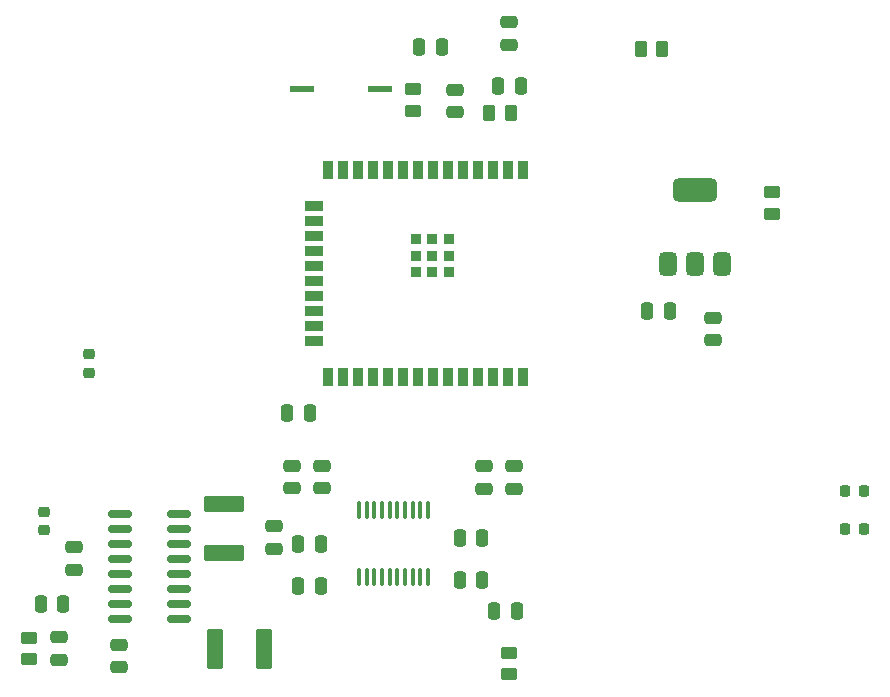
<source format=gbr>
%TF.GenerationSoftware,KiCad,Pcbnew,8.0.3*%
%TF.CreationDate,2024-10-26T03:20:47-07:00*%
%TF.ProjectId,test,74657374-2e6b-4696-9361-645f70636258,rev?*%
%TF.SameCoordinates,Original*%
%TF.FileFunction,Paste,Top*%
%TF.FilePolarity,Positive*%
%FSLAX46Y46*%
G04 Gerber Fmt 4.6, Leading zero omitted, Abs format (unit mm)*
G04 Created by KiCad (PCBNEW 8.0.3) date 2024-10-26 03:20:47*
%MOMM*%
%LPD*%
G01*
G04 APERTURE LIST*
G04 Aperture macros list*
%AMRoundRect*
0 Rectangle with rounded corners*
0 $1 Rounding radius*
0 $2 $3 $4 $5 $6 $7 $8 $9 X,Y pos of 4 corners*
0 Add a 4 corners polygon primitive as box body*
4,1,4,$2,$3,$4,$5,$6,$7,$8,$9,$2,$3,0*
0 Add four circle primitives for the rounded corners*
1,1,$1+$1,$2,$3*
1,1,$1+$1,$4,$5*
1,1,$1+$1,$6,$7*
1,1,$1+$1,$8,$9*
0 Add four rect primitives between the rounded corners*
20,1,$1+$1,$2,$3,$4,$5,0*
20,1,$1+$1,$4,$5,$6,$7,0*
20,1,$1+$1,$6,$7,$8,$9,0*
20,1,$1+$1,$8,$9,$2,$3,0*%
G04 Aperture macros list end*
%ADD10RoundRect,0.218750X-0.256250X0.218750X-0.256250X-0.218750X0.256250X-0.218750X0.256250X0.218750X0*%
%ADD11RoundRect,0.218750X0.218750X0.256250X-0.218750X0.256250X-0.218750X-0.256250X0.218750X-0.256250X0*%
%ADD12RoundRect,0.218750X-0.218750X-0.256250X0.218750X-0.256250X0.218750X0.256250X-0.218750X0.256250X0*%
%ADD13R,0.900000X1.500000*%
%ADD14R,1.500000X0.900000*%
%ADD15R,0.900000X0.900000*%
%ADD16RoundRect,0.250000X-0.475000X0.250000X-0.475000X-0.250000X0.475000X-0.250000X0.475000X0.250000X0*%
%ADD17RoundRect,0.375000X0.375000X-0.625000X0.375000X0.625000X-0.375000X0.625000X-0.375000X-0.625000X0*%
%ADD18RoundRect,0.500000X1.400000X-0.500000X1.400000X0.500000X-1.400000X0.500000X-1.400000X-0.500000X0*%
%ADD19RoundRect,0.250000X0.250000X0.475000X-0.250000X0.475000X-0.250000X-0.475000X0.250000X-0.475000X0*%
%ADD20RoundRect,0.250000X0.475000X-0.250000X0.475000X0.250000X-0.475000X0.250000X-0.475000X-0.250000X0*%
%ADD21RoundRect,0.250000X0.450000X-0.262500X0.450000X0.262500X-0.450000X0.262500X-0.450000X-0.262500X0*%
%ADD22R,2.108200X0.558800*%
%ADD23RoundRect,0.100000X0.100000X-0.637500X0.100000X0.637500X-0.100000X0.637500X-0.100000X-0.637500X0*%
%ADD24RoundRect,0.249999X-0.450001X-1.450001X0.450001X-1.450001X0.450001X1.450001X-0.450001X1.450001X0*%
%ADD25RoundRect,0.250000X0.262500X0.450000X-0.262500X0.450000X-0.262500X-0.450000X0.262500X-0.450000X0*%
%ADD26RoundRect,0.249999X1.450001X-0.450001X1.450001X0.450001X-1.450001X0.450001X-1.450001X-0.450001X0*%
%ADD27RoundRect,0.250000X-0.250000X-0.475000X0.250000X-0.475000X0.250000X0.475000X-0.250000X0.475000X0*%
%ADD28RoundRect,0.150000X-0.850000X-0.150000X0.850000X-0.150000X0.850000X0.150000X-0.850000X0.150000X0*%
G04 APERTURE END LIST*
D10*
%TO.C,FB6*%
X131445000Y-119227500D03*
X131445000Y-120802500D03*
%TD*%
%TO.C,FB5*%
X135255000Y-105892500D03*
X135255000Y-107467500D03*
%TD*%
D11*
%TO.C,FB4*%
X200812500Y-117475000D03*
X199237500Y-117475000D03*
%TD*%
D12*
%TO.C,FB3*%
X199237500Y-120650000D03*
X200812500Y-120650000D03*
%TD*%
D13*
%TO.C,U4*%
X171990000Y-90286000D03*
X170720000Y-90286000D03*
X169450000Y-90286000D03*
X168180000Y-90286000D03*
X166910000Y-90286000D03*
X165640000Y-90286000D03*
X164370000Y-90286000D03*
X163100000Y-90286000D03*
X161830000Y-90286000D03*
X160560000Y-90286000D03*
X159290000Y-90286000D03*
X158020000Y-90286000D03*
X156750000Y-90286000D03*
X155480000Y-90286000D03*
D14*
X154230000Y-93316000D03*
X154230000Y-94586000D03*
X154230000Y-95856000D03*
X154230000Y-97126000D03*
X154230000Y-98396000D03*
X154230000Y-99666000D03*
X154230000Y-100936000D03*
X154230000Y-102206000D03*
X154230000Y-103476000D03*
X154230000Y-104746000D03*
D13*
X155480000Y-107786000D03*
X156750000Y-107786000D03*
X158020000Y-107786000D03*
X159290000Y-107786000D03*
X160560000Y-107786000D03*
X161830000Y-107786000D03*
X163100000Y-107786000D03*
X164370000Y-107786000D03*
X165640000Y-107786000D03*
X166910000Y-107786000D03*
X168180000Y-107786000D03*
X169450000Y-107786000D03*
X170720000Y-107786000D03*
X171990000Y-107786000D03*
D15*
X165670000Y-96136000D03*
X165670000Y-96136000D03*
X164270000Y-96136000D03*
X162870000Y-96136000D03*
X162870000Y-96136000D03*
X165670000Y-97536000D03*
X164270000Y-97536000D03*
X162870000Y-97536000D03*
X162870000Y-97536000D03*
X165670000Y-98936000D03*
X164270000Y-98936000D03*
X162870000Y-98936000D03*
%TD*%
D16*
%TO.C,C6*%
X188022000Y-102806000D03*
X188022000Y-104706000D03*
%TD*%
%TO.C,C9*%
X132715000Y-129860000D03*
X132715000Y-131760000D03*
%TD*%
D17*
%TO.C,U5*%
X184198000Y-98270000D03*
X186498000Y-98270000D03*
D18*
X186498000Y-91970000D03*
D17*
X188798000Y-98270000D03*
%TD*%
D19*
%TO.C,C12*%
X165096000Y-79880000D03*
X163196000Y-79880000D03*
%TD*%
D20*
%TO.C,C5*%
X133985000Y-124140000D03*
X133985000Y-122240000D03*
%TD*%
D21*
%TO.C,R3*%
X130175000Y-131722500D03*
X130175000Y-129897500D03*
%TD*%
D22*
%TO.C,SW3*%
X153225300Y-83436000D03*
X159826700Y-83436000D03*
%TD*%
D23*
%TO.C,U6*%
X158073500Y-124782500D03*
X158723500Y-124782500D03*
X159373500Y-124782500D03*
X160023500Y-124782500D03*
X160673500Y-124782500D03*
X161323500Y-124782500D03*
X161973500Y-124782500D03*
X162623500Y-124782500D03*
X163273500Y-124782500D03*
X163923500Y-124782500D03*
X163923500Y-119057500D03*
X163273500Y-119057500D03*
X162623500Y-119057500D03*
X161973500Y-119057500D03*
X161323500Y-119057500D03*
X160673500Y-119057500D03*
X160023500Y-119057500D03*
X159373500Y-119057500D03*
X158723500Y-119057500D03*
X158073500Y-119057500D03*
%TD*%
D20*
%TO.C,C33*%
X152362500Y-117216000D03*
X152362500Y-115316000D03*
%TD*%
D19*
%TO.C,C31*%
X168486500Y-121412000D03*
X166586500Y-121412000D03*
%TD*%
D24*
%TO.C,C3*%
X145905000Y-130810000D03*
X150005000Y-130810000D03*
%TD*%
D25*
%TO.C,R13*%
X170948500Y-85468000D03*
X169123500Y-85468000D03*
%TD*%
D16*
%TO.C,C28*%
X154902500Y-115316000D03*
X154902500Y-117216000D03*
%TD*%
D25*
%TO.C,R11*%
X183752500Y-80077000D03*
X181927500Y-80077000D03*
%TD*%
D26*
%TO.C,C8*%
X146685000Y-122700000D03*
X146685000Y-118600000D03*
%TD*%
D21*
%TO.C,R12*%
X162622000Y-85261000D03*
X162622000Y-83436000D03*
%TD*%
%TO.C,R14*%
X193040000Y-93980000D03*
X193040000Y-92155000D03*
%TD*%
D27*
%TO.C,C4*%
X131130000Y-127000000D03*
X133030000Y-127000000D03*
%TD*%
D20*
%TO.C,C11*%
X137795000Y-132395000D03*
X137795000Y-130495000D03*
%TD*%
D19*
%TO.C,C25*%
X153920000Y-110868000D03*
X152020000Y-110868000D03*
%TD*%
D20*
%TO.C,C29*%
X150838500Y-122362000D03*
X150838500Y-120462000D03*
%TD*%
D27*
%TO.C,C26*%
X166586500Y-124968000D03*
X168486500Y-124968000D03*
%TD*%
D19*
%TO.C,C34*%
X154836500Y-121920000D03*
X152936500Y-121920000D03*
%TD*%
D16*
%TO.C,C27*%
X171158500Y-115382000D03*
X171158500Y-117282000D03*
%TD*%
D28*
%TO.C,U1*%
X137835000Y-119380000D03*
X137835000Y-120650000D03*
X137835000Y-121920000D03*
X137835000Y-123190000D03*
X137835000Y-124460000D03*
X137835000Y-125730000D03*
X137835000Y-127000000D03*
X137835000Y-128270000D03*
X142835000Y-128270000D03*
X142835000Y-127000000D03*
X142835000Y-125730000D03*
X142835000Y-124460000D03*
X142835000Y-123190000D03*
X142835000Y-121920000D03*
X142835000Y-120650000D03*
X142835000Y-119380000D03*
%TD*%
D27*
%TO.C,C30*%
X152936500Y-125476000D03*
X154836500Y-125476000D03*
%TD*%
D21*
%TO.C,R1*%
X170815000Y-132992500D03*
X170815000Y-131167500D03*
%TD*%
D19*
%TO.C,C1*%
X171445000Y-127635000D03*
X169545000Y-127635000D03*
%TD*%
%TO.C,C7*%
X184400000Y-102232000D03*
X182500000Y-102232000D03*
%TD*%
D20*
%TO.C,C22*%
X166178000Y-85402000D03*
X166178000Y-83502000D03*
%TD*%
D27*
%TO.C,C24*%
X169865000Y-83185000D03*
X171765000Y-83185000D03*
%TD*%
D16*
%TO.C,C32*%
X168618500Y-115382000D03*
X168618500Y-117282000D03*
%TD*%
%TO.C,C23*%
X170815000Y-77790000D03*
X170815000Y-79690000D03*
%TD*%
M02*

</source>
